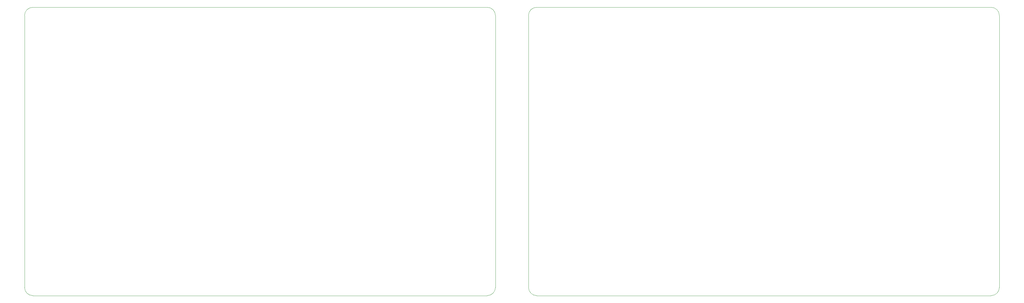
<source format=gbr>
%TF.GenerationSoftware,KiCad,Pcbnew,9.0.2+1*%
%TF.CreationDate,2025-09-15T00:12:34+02:00*%
%TF.ProjectId,first,66697273-742e-46b6-9963-61645f706362,rev?*%
%TF.SameCoordinates,Original*%
%TF.FileFunction,Profile,NP*%
%FSLAX46Y46*%
G04 Gerber Fmt 4.6, Leading zero omitted, Abs format (unit mm)*
G04 Created by KiCad (PCBNEW 9.0.2+1) date 2025-09-15 00:12:34*
%MOMM*%
%LPD*%
G01*
G04 APERTURE LIST*
%TA.AperFunction,Profile*%
%ADD10C,0.050000*%
%TD*%
%TA.AperFunction,Profile*%
%ADD11C,0.100000*%
%TD*%
G04 APERTURE END LIST*
D10*
X149638750Y75180000D02*
G75*
G02*
X147138750Y72680050I-2499950J0D01*
G01*
X162138750Y160180000D02*
X299638750Y160180000D01*
X302138750Y75180000D02*
X302138750Y157680000D01*
D11*
X7138750Y157680000D02*
G75*
G02*
X9638750Y160180000I2500000J0D01*
G01*
D10*
X159638750Y75180000D02*
X159638750Y157680000D01*
D11*
X162138750Y72680000D02*
G75*
G02*
X159638700Y75180000I-50J2500000D01*
G01*
X159638750Y157680000D02*
G75*
G02*
X162138750Y160179950I2499950J0D01*
G01*
X147138750Y160180000D02*
G75*
G02*
X149638800Y157680000I50J-2500000D01*
G01*
D10*
X9638750Y72680000D02*
G75*
G02*
X7138750Y75180000I0J2500000D01*
G01*
X299638750Y72680000D02*
X162138750Y72680000D01*
D11*
X302138750Y75180000D02*
G75*
G02*
X299638750Y72680050I-2499950J0D01*
G01*
X299638750Y160180000D02*
G75*
G02*
X302138800Y157680000I50J-2500000D01*
G01*
D10*
X149638750Y157680000D02*
X149638750Y75180000D01*
X147138750Y72680000D02*
X9638750Y72680000D01*
X147138750Y160180000D02*
X9638750Y160180000D01*
X7138750Y157680000D02*
X7138750Y75180000D01*
M02*

</source>
